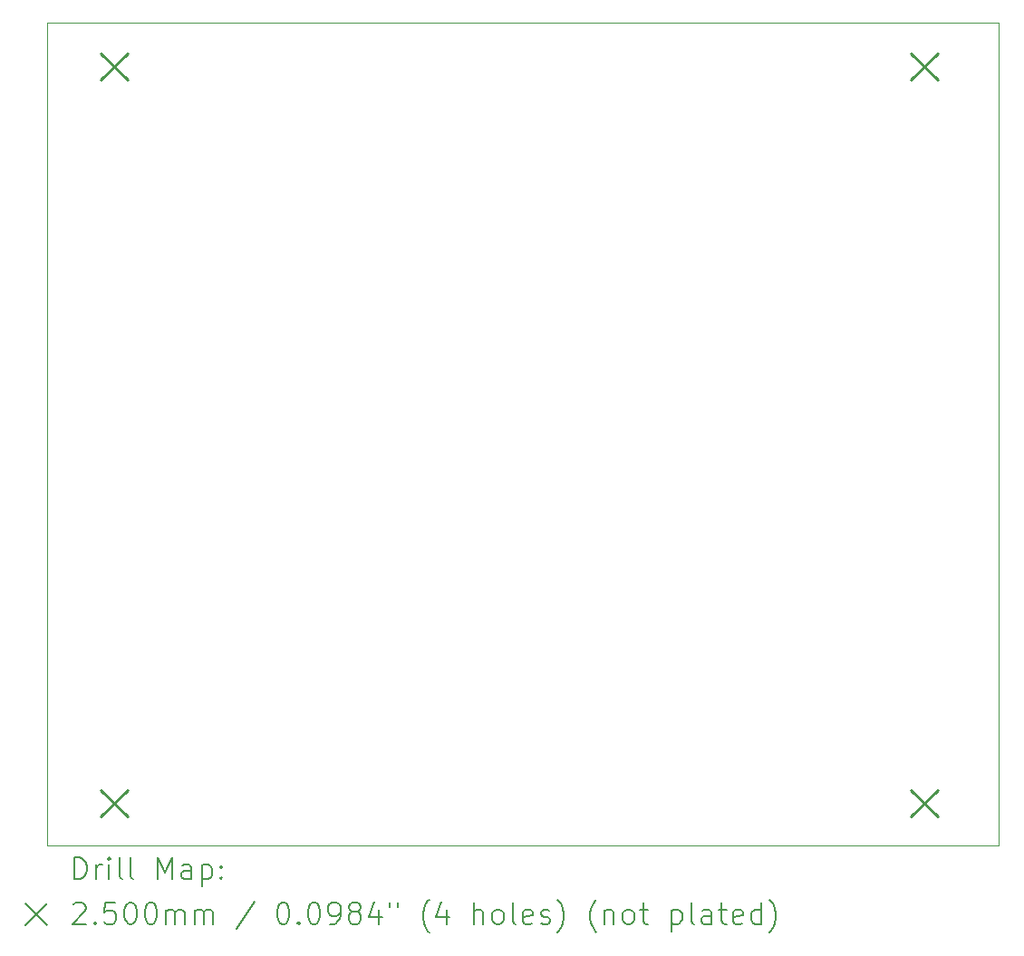
<source format=gbr>
%FSLAX45Y45*%
G04 Gerber Fmt 4.5, Leading zero omitted, Abs format (unit mm)*
G04 Created by KiCad (PCBNEW 6.0.5) date 2022-06-15 21:06:38*
%MOMM*%
%LPD*%
G01*
G04 APERTURE LIST*
%TA.AperFunction,Profile*%
%ADD10C,0.100000*%
%TD*%
%ADD11C,0.200000*%
%ADD12C,0.250000*%
G04 APERTURE END LIST*
D10*
X9698299Y-6186749D02*
X18588299Y-6186749D01*
X18588299Y-6186749D02*
X18588299Y-13870249D01*
X18588299Y-13870249D02*
X9698299Y-13870249D01*
X9698299Y-13870249D02*
X9698299Y-6186749D01*
D11*
D12*
X10195599Y-6468149D02*
X10445599Y-6718149D01*
X10445599Y-6468149D02*
X10195599Y-6718149D01*
X10195599Y-13351549D02*
X10445599Y-13601549D01*
X10445599Y-13351549D02*
X10195599Y-13601549D01*
X17764799Y-6468149D02*
X18014799Y-6718149D01*
X18014799Y-6468149D02*
X17764799Y-6718149D01*
X17764799Y-13351549D02*
X18014799Y-13601549D01*
X18014799Y-13351549D02*
X17764799Y-13601549D01*
D11*
X9950918Y-14185725D02*
X9950918Y-13985725D01*
X9998537Y-13985725D01*
X10027108Y-13995249D01*
X10046156Y-14014296D01*
X10055680Y-14033344D01*
X10065204Y-14071439D01*
X10065204Y-14100011D01*
X10055680Y-14138106D01*
X10046156Y-14157154D01*
X10027108Y-14176201D01*
X9998537Y-14185725D01*
X9950918Y-14185725D01*
X10150918Y-14185725D02*
X10150918Y-14052392D01*
X10150918Y-14090487D02*
X10160442Y-14071439D01*
X10169966Y-14061915D01*
X10189013Y-14052392D01*
X10208061Y-14052392D01*
X10274727Y-14185725D02*
X10274727Y-14052392D01*
X10274727Y-13985725D02*
X10265204Y-13995249D01*
X10274727Y-14004773D01*
X10284251Y-13995249D01*
X10274727Y-13985725D01*
X10274727Y-14004773D01*
X10398537Y-14185725D02*
X10379489Y-14176201D01*
X10369966Y-14157154D01*
X10369966Y-13985725D01*
X10503299Y-14185725D02*
X10484251Y-14176201D01*
X10474727Y-14157154D01*
X10474727Y-13985725D01*
X10731870Y-14185725D02*
X10731870Y-13985725D01*
X10798537Y-14128582D01*
X10865204Y-13985725D01*
X10865204Y-14185725D01*
X11046156Y-14185725D02*
X11046156Y-14080963D01*
X11036632Y-14061915D01*
X11017585Y-14052392D01*
X10979489Y-14052392D01*
X10960442Y-14061915D01*
X11046156Y-14176201D02*
X11027108Y-14185725D01*
X10979489Y-14185725D01*
X10960442Y-14176201D01*
X10950918Y-14157154D01*
X10950918Y-14138106D01*
X10960442Y-14119058D01*
X10979489Y-14109535D01*
X11027108Y-14109535D01*
X11046156Y-14100011D01*
X11141394Y-14052392D02*
X11141394Y-14252392D01*
X11141394Y-14061915D02*
X11160442Y-14052392D01*
X11198537Y-14052392D01*
X11217585Y-14061915D01*
X11227108Y-14071439D01*
X11236632Y-14090487D01*
X11236632Y-14147630D01*
X11227108Y-14166677D01*
X11217585Y-14176201D01*
X11198537Y-14185725D01*
X11160442Y-14185725D01*
X11141394Y-14176201D01*
X11322346Y-14166677D02*
X11331870Y-14176201D01*
X11322346Y-14185725D01*
X11312823Y-14176201D01*
X11322346Y-14166677D01*
X11322346Y-14185725D01*
X11322346Y-14061915D02*
X11331870Y-14071439D01*
X11322346Y-14080963D01*
X11312823Y-14071439D01*
X11322346Y-14061915D01*
X11322346Y-14080963D01*
X9493299Y-14415249D02*
X9693299Y-14615249D01*
X9693299Y-14415249D02*
X9493299Y-14615249D01*
X9941394Y-14424773D02*
X9950918Y-14415249D01*
X9969966Y-14405725D01*
X10017585Y-14405725D01*
X10036632Y-14415249D01*
X10046156Y-14424773D01*
X10055680Y-14443820D01*
X10055680Y-14462868D01*
X10046156Y-14491439D01*
X9931870Y-14605725D01*
X10055680Y-14605725D01*
X10141394Y-14586677D02*
X10150918Y-14596201D01*
X10141394Y-14605725D01*
X10131870Y-14596201D01*
X10141394Y-14586677D01*
X10141394Y-14605725D01*
X10331870Y-14405725D02*
X10236632Y-14405725D01*
X10227108Y-14500963D01*
X10236632Y-14491439D01*
X10255680Y-14481915D01*
X10303299Y-14481915D01*
X10322347Y-14491439D01*
X10331870Y-14500963D01*
X10341394Y-14520011D01*
X10341394Y-14567630D01*
X10331870Y-14586677D01*
X10322347Y-14596201D01*
X10303299Y-14605725D01*
X10255680Y-14605725D01*
X10236632Y-14596201D01*
X10227108Y-14586677D01*
X10465204Y-14405725D02*
X10484251Y-14405725D01*
X10503299Y-14415249D01*
X10512823Y-14424773D01*
X10522347Y-14443820D01*
X10531870Y-14481915D01*
X10531870Y-14529535D01*
X10522347Y-14567630D01*
X10512823Y-14586677D01*
X10503299Y-14596201D01*
X10484251Y-14605725D01*
X10465204Y-14605725D01*
X10446156Y-14596201D01*
X10436632Y-14586677D01*
X10427108Y-14567630D01*
X10417585Y-14529535D01*
X10417585Y-14481915D01*
X10427108Y-14443820D01*
X10436632Y-14424773D01*
X10446156Y-14415249D01*
X10465204Y-14405725D01*
X10655680Y-14405725D02*
X10674727Y-14405725D01*
X10693775Y-14415249D01*
X10703299Y-14424773D01*
X10712823Y-14443820D01*
X10722347Y-14481915D01*
X10722347Y-14529535D01*
X10712823Y-14567630D01*
X10703299Y-14586677D01*
X10693775Y-14596201D01*
X10674727Y-14605725D01*
X10655680Y-14605725D01*
X10636632Y-14596201D01*
X10627108Y-14586677D01*
X10617585Y-14567630D01*
X10608061Y-14529535D01*
X10608061Y-14481915D01*
X10617585Y-14443820D01*
X10627108Y-14424773D01*
X10636632Y-14415249D01*
X10655680Y-14405725D01*
X10808061Y-14605725D02*
X10808061Y-14472392D01*
X10808061Y-14491439D02*
X10817585Y-14481915D01*
X10836632Y-14472392D01*
X10865204Y-14472392D01*
X10884251Y-14481915D01*
X10893775Y-14500963D01*
X10893775Y-14605725D01*
X10893775Y-14500963D02*
X10903299Y-14481915D01*
X10922347Y-14472392D01*
X10950918Y-14472392D01*
X10969966Y-14481915D01*
X10979489Y-14500963D01*
X10979489Y-14605725D01*
X11074727Y-14605725D02*
X11074727Y-14472392D01*
X11074727Y-14491439D02*
X11084251Y-14481915D01*
X11103299Y-14472392D01*
X11131870Y-14472392D01*
X11150918Y-14481915D01*
X11160442Y-14500963D01*
X11160442Y-14605725D01*
X11160442Y-14500963D02*
X11169966Y-14481915D01*
X11189013Y-14472392D01*
X11217585Y-14472392D01*
X11236632Y-14481915D01*
X11246156Y-14500963D01*
X11246156Y-14605725D01*
X11636632Y-14396201D02*
X11465204Y-14653344D01*
X11893775Y-14405725D02*
X11912823Y-14405725D01*
X11931870Y-14415249D01*
X11941394Y-14424773D01*
X11950918Y-14443820D01*
X11960442Y-14481915D01*
X11960442Y-14529535D01*
X11950918Y-14567630D01*
X11941394Y-14586677D01*
X11931870Y-14596201D01*
X11912823Y-14605725D01*
X11893775Y-14605725D01*
X11874727Y-14596201D01*
X11865204Y-14586677D01*
X11855680Y-14567630D01*
X11846156Y-14529535D01*
X11846156Y-14481915D01*
X11855680Y-14443820D01*
X11865204Y-14424773D01*
X11874727Y-14415249D01*
X11893775Y-14405725D01*
X12046156Y-14586677D02*
X12055680Y-14596201D01*
X12046156Y-14605725D01*
X12036632Y-14596201D01*
X12046156Y-14586677D01*
X12046156Y-14605725D01*
X12179489Y-14405725D02*
X12198537Y-14405725D01*
X12217585Y-14415249D01*
X12227108Y-14424773D01*
X12236632Y-14443820D01*
X12246156Y-14481915D01*
X12246156Y-14529535D01*
X12236632Y-14567630D01*
X12227108Y-14586677D01*
X12217585Y-14596201D01*
X12198537Y-14605725D01*
X12179489Y-14605725D01*
X12160442Y-14596201D01*
X12150918Y-14586677D01*
X12141394Y-14567630D01*
X12131870Y-14529535D01*
X12131870Y-14481915D01*
X12141394Y-14443820D01*
X12150918Y-14424773D01*
X12160442Y-14415249D01*
X12179489Y-14405725D01*
X12341394Y-14605725D02*
X12379489Y-14605725D01*
X12398537Y-14596201D01*
X12408061Y-14586677D01*
X12427108Y-14558106D01*
X12436632Y-14520011D01*
X12436632Y-14443820D01*
X12427108Y-14424773D01*
X12417585Y-14415249D01*
X12398537Y-14405725D01*
X12360442Y-14405725D01*
X12341394Y-14415249D01*
X12331870Y-14424773D01*
X12322346Y-14443820D01*
X12322346Y-14491439D01*
X12331870Y-14510487D01*
X12341394Y-14520011D01*
X12360442Y-14529535D01*
X12398537Y-14529535D01*
X12417585Y-14520011D01*
X12427108Y-14510487D01*
X12436632Y-14491439D01*
X12550918Y-14491439D02*
X12531870Y-14481915D01*
X12522346Y-14472392D01*
X12512823Y-14453344D01*
X12512823Y-14443820D01*
X12522346Y-14424773D01*
X12531870Y-14415249D01*
X12550918Y-14405725D01*
X12589013Y-14405725D01*
X12608061Y-14415249D01*
X12617585Y-14424773D01*
X12627108Y-14443820D01*
X12627108Y-14453344D01*
X12617585Y-14472392D01*
X12608061Y-14481915D01*
X12589013Y-14491439D01*
X12550918Y-14491439D01*
X12531870Y-14500963D01*
X12522346Y-14510487D01*
X12512823Y-14529535D01*
X12512823Y-14567630D01*
X12522346Y-14586677D01*
X12531870Y-14596201D01*
X12550918Y-14605725D01*
X12589013Y-14605725D01*
X12608061Y-14596201D01*
X12617585Y-14586677D01*
X12627108Y-14567630D01*
X12627108Y-14529535D01*
X12617585Y-14510487D01*
X12608061Y-14500963D01*
X12589013Y-14491439D01*
X12798537Y-14472392D02*
X12798537Y-14605725D01*
X12750918Y-14396201D02*
X12703299Y-14539058D01*
X12827108Y-14539058D01*
X12893775Y-14405725D02*
X12893775Y-14443820D01*
X12969965Y-14405725D02*
X12969965Y-14443820D01*
X13265204Y-14681915D02*
X13255680Y-14672392D01*
X13236632Y-14643820D01*
X13227108Y-14624773D01*
X13217585Y-14596201D01*
X13208061Y-14548582D01*
X13208061Y-14510487D01*
X13217585Y-14462868D01*
X13227108Y-14434296D01*
X13236632Y-14415249D01*
X13255680Y-14386677D01*
X13265204Y-14377154D01*
X13427108Y-14472392D02*
X13427108Y-14605725D01*
X13379489Y-14396201D02*
X13331870Y-14539058D01*
X13455680Y-14539058D01*
X13684251Y-14605725D02*
X13684251Y-14405725D01*
X13769965Y-14605725D02*
X13769965Y-14500963D01*
X13760442Y-14481915D01*
X13741394Y-14472392D01*
X13712823Y-14472392D01*
X13693775Y-14481915D01*
X13684251Y-14491439D01*
X13893775Y-14605725D02*
X13874727Y-14596201D01*
X13865204Y-14586677D01*
X13855680Y-14567630D01*
X13855680Y-14510487D01*
X13865204Y-14491439D01*
X13874727Y-14481915D01*
X13893775Y-14472392D01*
X13922346Y-14472392D01*
X13941394Y-14481915D01*
X13950918Y-14491439D01*
X13960442Y-14510487D01*
X13960442Y-14567630D01*
X13950918Y-14586677D01*
X13941394Y-14596201D01*
X13922346Y-14605725D01*
X13893775Y-14605725D01*
X14074727Y-14605725D02*
X14055680Y-14596201D01*
X14046156Y-14577154D01*
X14046156Y-14405725D01*
X14227108Y-14596201D02*
X14208061Y-14605725D01*
X14169965Y-14605725D01*
X14150918Y-14596201D01*
X14141394Y-14577154D01*
X14141394Y-14500963D01*
X14150918Y-14481915D01*
X14169965Y-14472392D01*
X14208061Y-14472392D01*
X14227108Y-14481915D01*
X14236632Y-14500963D01*
X14236632Y-14520011D01*
X14141394Y-14539058D01*
X14312823Y-14596201D02*
X14331870Y-14605725D01*
X14369965Y-14605725D01*
X14389013Y-14596201D01*
X14398537Y-14577154D01*
X14398537Y-14567630D01*
X14389013Y-14548582D01*
X14369965Y-14539058D01*
X14341394Y-14539058D01*
X14322346Y-14529535D01*
X14312823Y-14510487D01*
X14312823Y-14500963D01*
X14322346Y-14481915D01*
X14341394Y-14472392D01*
X14369965Y-14472392D01*
X14389013Y-14481915D01*
X14465204Y-14681915D02*
X14474727Y-14672392D01*
X14493775Y-14643820D01*
X14503299Y-14624773D01*
X14512823Y-14596201D01*
X14522346Y-14548582D01*
X14522346Y-14510487D01*
X14512823Y-14462868D01*
X14503299Y-14434296D01*
X14493775Y-14415249D01*
X14474727Y-14386677D01*
X14465204Y-14377154D01*
X14827108Y-14681915D02*
X14817585Y-14672392D01*
X14798537Y-14643820D01*
X14789013Y-14624773D01*
X14779489Y-14596201D01*
X14769965Y-14548582D01*
X14769965Y-14510487D01*
X14779489Y-14462868D01*
X14789013Y-14434296D01*
X14798537Y-14415249D01*
X14817585Y-14386677D01*
X14827108Y-14377154D01*
X14903299Y-14472392D02*
X14903299Y-14605725D01*
X14903299Y-14491439D02*
X14912823Y-14481915D01*
X14931870Y-14472392D01*
X14960442Y-14472392D01*
X14979489Y-14481915D01*
X14989013Y-14500963D01*
X14989013Y-14605725D01*
X15112823Y-14605725D02*
X15093775Y-14596201D01*
X15084251Y-14586677D01*
X15074727Y-14567630D01*
X15074727Y-14510487D01*
X15084251Y-14491439D01*
X15093775Y-14481915D01*
X15112823Y-14472392D01*
X15141394Y-14472392D01*
X15160442Y-14481915D01*
X15169965Y-14491439D01*
X15179489Y-14510487D01*
X15179489Y-14567630D01*
X15169965Y-14586677D01*
X15160442Y-14596201D01*
X15141394Y-14605725D01*
X15112823Y-14605725D01*
X15236632Y-14472392D02*
X15312823Y-14472392D01*
X15265204Y-14405725D02*
X15265204Y-14577154D01*
X15274727Y-14596201D01*
X15293775Y-14605725D01*
X15312823Y-14605725D01*
X15531870Y-14472392D02*
X15531870Y-14672392D01*
X15531870Y-14481915D02*
X15550918Y-14472392D01*
X15589013Y-14472392D01*
X15608061Y-14481915D01*
X15617585Y-14491439D01*
X15627108Y-14510487D01*
X15627108Y-14567630D01*
X15617585Y-14586677D01*
X15608061Y-14596201D01*
X15589013Y-14605725D01*
X15550918Y-14605725D01*
X15531870Y-14596201D01*
X15741394Y-14605725D02*
X15722346Y-14596201D01*
X15712823Y-14577154D01*
X15712823Y-14405725D01*
X15903299Y-14605725D02*
X15903299Y-14500963D01*
X15893775Y-14481915D01*
X15874727Y-14472392D01*
X15836632Y-14472392D01*
X15817585Y-14481915D01*
X15903299Y-14596201D02*
X15884251Y-14605725D01*
X15836632Y-14605725D01*
X15817585Y-14596201D01*
X15808061Y-14577154D01*
X15808061Y-14558106D01*
X15817585Y-14539058D01*
X15836632Y-14529535D01*
X15884251Y-14529535D01*
X15903299Y-14520011D01*
X15969965Y-14472392D02*
X16046156Y-14472392D01*
X15998537Y-14405725D02*
X15998537Y-14577154D01*
X16008061Y-14596201D01*
X16027108Y-14605725D01*
X16046156Y-14605725D01*
X16189013Y-14596201D02*
X16169965Y-14605725D01*
X16131870Y-14605725D01*
X16112823Y-14596201D01*
X16103299Y-14577154D01*
X16103299Y-14500963D01*
X16112823Y-14481915D01*
X16131870Y-14472392D01*
X16169965Y-14472392D01*
X16189013Y-14481915D01*
X16198537Y-14500963D01*
X16198537Y-14520011D01*
X16103299Y-14539058D01*
X16369965Y-14605725D02*
X16369965Y-14405725D01*
X16369965Y-14596201D02*
X16350918Y-14605725D01*
X16312823Y-14605725D01*
X16293775Y-14596201D01*
X16284251Y-14586677D01*
X16274727Y-14567630D01*
X16274727Y-14510487D01*
X16284251Y-14491439D01*
X16293775Y-14481915D01*
X16312823Y-14472392D01*
X16350918Y-14472392D01*
X16369965Y-14481915D01*
X16446156Y-14681915D02*
X16455680Y-14672392D01*
X16474727Y-14643820D01*
X16484251Y-14624773D01*
X16493775Y-14596201D01*
X16503299Y-14548582D01*
X16503299Y-14510487D01*
X16493775Y-14462868D01*
X16484251Y-14434296D01*
X16474727Y-14415249D01*
X16455680Y-14386677D01*
X16446156Y-14377154D01*
M02*

</source>
